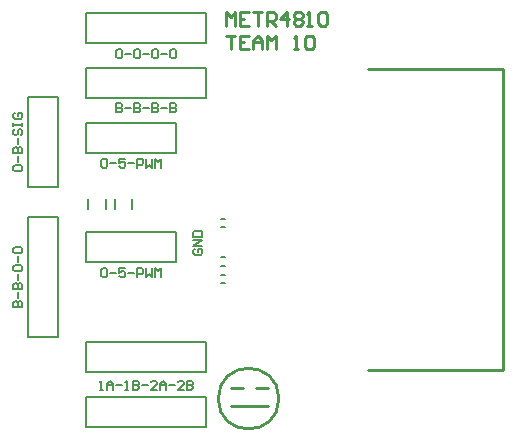
<source format=gto>
G04 Layer_Color=65535*
%FSLAX24Y24*%
%MOIN*%
G70*
G01*
G75*
%ADD21C,0.0100*%
%ADD22C,0.0079*%
%ADD23C,0.0050*%
D21*
X7862Y-550D02*
G03*
X7862Y-550I-1012J0D01*
G01*
X6250Y-800D02*
X7500D01*
X7100Y-200D02*
X7500D01*
X6250D02*
X6650D01*
X10843Y10435D02*
X15343D01*
Y392D02*
Y10435D01*
X10843Y392D02*
X15343D01*
X6100Y11880D02*
Y12330D01*
X6250Y12180D01*
X6400Y12330D01*
Y11880D01*
X6850Y12330D02*
X6550D01*
Y11880D01*
X6850D01*
X6550Y12105D02*
X6700D01*
X7000Y12330D02*
X7300D01*
X7150D01*
Y11880D01*
X7450D02*
Y12330D01*
X7674D01*
X7749Y12255D01*
Y12105D01*
X7674Y12030D01*
X7450D01*
X7600D02*
X7749Y11880D01*
X8124D02*
Y12330D01*
X7899Y12105D01*
X8199D01*
X8349Y12255D02*
X8424Y12330D01*
X8574D01*
X8649Y12255D01*
Y12180D01*
X8574Y12105D01*
X8649Y12030D01*
Y11955D01*
X8574Y11880D01*
X8424D01*
X8349Y11955D01*
Y12030D01*
X8424Y12105D01*
X8349Y12180D01*
Y12255D01*
X8424Y12105D02*
X8574D01*
X8799Y11880D02*
X8949D01*
X8874D01*
Y12330D01*
X8799Y12255D01*
X9174D02*
X9249Y12330D01*
X9399D01*
X9474Y12255D01*
Y11955D01*
X9399Y11880D01*
X9249D01*
X9174Y11955D01*
Y12255D01*
X6100Y11550D02*
X6400D01*
X6250D01*
Y11100D01*
X6850Y11550D02*
X6550D01*
Y11100D01*
X6850D01*
X6550Y11325D02*
X6700D01*
X7000Y11100D02*
Y11400D01*
X7150Y11550D01*
X7300Y11400D01*
Y11100D01*
Y11325D01*
X7000D01*
X7450Y11100D02*
Y11550D01*
X7600Y11400D01*
X7749Y11550D01*
Y11100D01*
X8349D02*
X8499D01*
X8424D01*
Y11550D01*
X8349Y11475D01*
X8724D02*
X8799Y11550D01*
X8949D01*
X9024Y11475D01*
Y11175D01*
X8949Y11100D01*
X8799D01*
X8724Y11175D01*
Y11475D01*
D22*
X5437Y11311D02*
Y12311D01*
X1437Y11311D02*
X5437D01*
X1437Y12311D02*
X5437D01*
X1437Y11311D02*
Y12311D01*
X-500Y5500D02*
X500D01*
Y1500D02*
Y5500D01*
X-500Y1500D02*
Y5500D01*
Y1500D02*
X500D01*
X5437Y9481D02*
Y10481D01*
X1437Y9481D02*
X5437D01*
X1437Y10481D02*
X5437D01*
X1437Y9481D02*
Y10481D01*
X-500Y9500D02*
X500D01*
Y6500D02*
Y9500D01*
X-500Y6500D02*
X500D01*
X-500D02*
Y9500D01*
X4437Y3990D02*
Y4990D01*
X1437Y3990D02*
X4437D01*
X1437D02*
Y4990D01*
X4437D01*
Y7651D02*
Y8651D01*
X1437Y7651D02*
X4437D01*
X1437D02*
Y8651D01*
X4437D01*
X5437Y-1500D02*
Y-500D01*
X1437Y-1500D02*
X5437D01*
X1437Y-500D02*
X5437D01*
X1437Y-1500D02*
Y-500D01*
X5437Y330D02*
Y1330D01*
X1437Y330D02*
X5437D01*
X1437Y1330D02*
X5437D01*
X1437Y330D02*
Y1330D01*
X5921Y3307D02*
X6079D01*
X5921Y3582D02*
X6079D01*
X5921Y4155D02*
X6079D01*
X5921Y3879D02*
X6079D01*
X5921Y5162D02*
X6079D01*
X5921Y5438D02*
X6079D01*
X1496Y5780D02*
Y6094D01*
X2087Y5780D02*
Y6094D01*
X2384Y5780D02*
Y6094D01*
X2974Y5780D02*
Y6094D01*
D23*
X1937Y7400D02*
X1987Y7450D01*
X2087D01*
X2137Y7400D01*
Y7200D01*
X2087Y7150D01*
X1987D01*
X1937Y7200D01*
Y7400D01*
X2237Y7300D02*
X2437D01*
X2737Y7450D02*
X2537D01*
Y7300D01*
X2637Y7350D01*
X2687D01*
X2737Y7300D01*
Y7200D01*
X2687Y7150D01*
X2587D01*
X2537Y7200D01*
X2837Y7300D02*
X3037D01*
X3137Y7150D02*
Y7450D01*
X3287D01*
X3337Y7400D01*
Y7300D01*
X3287Y7250D01*
X3137D01*
X3437Y7450D02*
Y7150D01*
X3537Y7250D01*
X3637Y7150D01*
Y7450D01*
X3737Y7150D02*
Y7450D01*
X3837Y7350D01*
X3937Y7450D01*
Y7150D01*
X5050Y4450D02*
X5000Y4400D01*
Y4300D01*
X5050Y4250D01*
X5250D01*
X5300Y4300D01*
Y4400D01*
X5250Y4450D01*
X5150D01*
Y4350D01*
X5300Y4550D02*
X5000D01*
X5300Y4750D01*
X5000D01*
Y4850D02*
X5300D01*
Y5000D01*
X5250Y5050D01*
X5050D01*
X5000Y5000D01*
Y4850D01*
X1888Y-250D02*
X1987D01*
X1937D01*
Y50D01*
X1888Y-0D01*
X2137Y-250D02*
Y-50D01*
X2237Y50D01*
X2337Y-50D01*
Y-250D01*
Y-100D01*
X2137D01*
X2437D02*
X2637D01*
X2737Y-250D02*
X2837D01*
X2787D01*
Y50D01*
X2737Y-0D01*
X2987Y50D02*
Y-250D01*
X3137D01*
X3187Y-200D01*
Y-150D01*
X3137Y-100D01*
X2987D01*
X3137D01*
X3187Y-50D01*
Y-0D01*
X3137Y50D01*
X2987D01*
X3287Y-100D02*
X3487D01*
X3787Y-250D02*
X3587D01*
X3787Y-50D01*
Y-0D01*
X3737Y50D01*
X3637D01*
X3587Y-0D01*
X3887Y-250D02*
Y-50D01*
X3987Y50D01*
X4087Y-50D01*
Y-250D01*
Y-100D01*
X3887D01*
X4187D02*
X4387D01*
X4687Y-250D02*
X4487D01*
X4687Y-50D01*
Y-0D01*
X4637Y50D01*
X4537D01*
X4487Y-0D01*
X4787Y50D02*
Y-250D01*
X4937D01*
X4987Y-200D01*
Y-150D01*
X4937Y-100D01*
X4787D01*
X4937D01*
X4987Y-50D01*
Y-0D01*
X4937Y50D01*
X4787D01*
X1937Y3750D02*
X1987Y3800D01*
X2087D01*
X2137Y3750D01*
Y3550D01*
X2087Y3500D01*
X1987D01*
X1937Y3550D01*
Y3750D01*
X2237Y3650D02*
X2437D01*
X2737Y3800D02*
X2537D01*
Y3650D01*
X2637Y3700D01*
X2687D01*
X2737Y3650D01*
Y3550D01*
X2687Y3500D01*
X2587D01*
X2537Y3550D01*
X2837Y3650D02*
X3037D01*
X3137Y3500D02*
Y3800D01*
X3287D01*
X3337Y3750D01*
Y3650D01*
X3287Y3600D01*
X3137D01*
X3437Y3800D02*
Y3500D01*
X3537Y3600D01*
X3637Y3500D01*
Y3800D01*
X3737Y3500D02*
Y3800D01*
X3837Y3700D01*
X3937Y3800D01*
Y3500D01*
X2437Y9300D02*
Y9000D01*
X2587D01*
X2637Y9050D01*
Y9100D01*
X2587Y9150D01*
X2437D01*
X2587D01*
X2637Y9200D01*
Y9250D01*
X2587Y9300D01*
X2437D01*
X2737Y9150D02*
X2937D01*
X3037Y9300D02*
Y9000D01*
X3187D01*
X3237Y9050D01*
Y9100D01*
X3187Y9150D01*
X3037D01*
X3187D01*
X3237Y9200D01*
Y9250D01*
X3187Y9300D01*
X3037D01*
X3337Y9150D02*
X3537D01*
X3637Y9300D02*
Y9000D01*
X3787D01*
X3837Y9050D01*
Y9100D01*
X3787Y9150D01*
X3637D01*
X3787D01*
X3837Y9200D01*
Y9250D01*
X3787Y9300D01*
X3637D01*
X3937Y9150D02*
X4137D01*
X4237Y9300D02*
Y9000D01*
X4387D01*
X4437Y9050D01*
Y9100D01*
X4387Y9150D01*
X4237D01*
X4387D01*
X4437Y9200D01*
Y9250D01*
X4387Y9300D01*
X4237D01*
X2437Y11050D02*
X2487Y11100D01*
X2587D01*
X2637Y11050D01*
Y10850D01*
X2587Y10800D01*
X2487D01*
X2437Y10850D01*
Y11050D01*
X2737Y10950D02*
X2937D01*
X3037Y11050D02*
X3087Y11100D01*
X3187D01*
X3237Y11050D01*
Y10850D01*
X3187Y10800D01*
X3087D01*
X3037Y10850D01*
Y11050D01*
X3337Y10950D02*
X3537D01*
X3637Y11050D02*
X3687Y11100D01*
X3787D01*
X3837Y11050D01*
Y10850D01*
X3787Y10800D01*
X3687D01*
X3637Y10850D01*
Y11050D01*
X3937Y10950D02*
X4137D01*
X4237Y11050D02*
X4287Y11100D01*
X4387D01*
X4437Y11050D01*
Y10850D01*
X4387Y10800D01*
X4287D01*
X4237Y10850D01*
Y11050D01*
X-950Y7025D02*
X-1000Y7075D01*
Y7175D01*
X-950Y7225D01*
X-750D01*
X-700Y7175D01*
Y7075D01*
X-750Y7025D01*
X-950D01*
X-850Y7325D02*
Y7525D01*
X-1000Y7625D02*
X-700D01*
Y7775D01*
X-750Y7825D01*
X-800D01*
X-850Y7775D01*
Y7625D01*
Y7775D01*
X-900Y7825D01*
X-950D01*
X-1000Y7775D01*
Y7625D01*
X-850Y7925D02*
Y8125D01*
X-950Y8425D02*
X-1000Y8375D01*
Y8275D01*
X-950Y8225D01*
X-900D01*
X-850Y8275D01*
Y8375D01*
X-800Y8425D01*
X-750D01*
X-700Y8375D01*
Y8275D01*
X-750Y8225D01*
X-1000Y8525D02*
Y8625D01*
Y8575D01*
X-700D01*
Y8525D01*
Y8625D01*
X-950Y8975D02*
X-1000Y8925D01*
Y8825D01*
X-950Y8775D01*
X-750D01*
X-700Y8825D01*
Y8925D01*
X-750Y8975D01*
X-850D01*
Y8875D01*
X-1000Y2500D02*
X-700D01*
Y2650D01*
X-750Y2700D01*
X-800D01*
X-850Y2650D01*
Y2500D01*
Y2650D01*
X-900Y2700D01*
X-950D01*
X-1000Y2650D01*
Y2500D01*
X-850Y2800D02*
Y3000D01*
X-1000Y3100D02*
X-700D01*
Y3250D01*
X-750Y3300D01*
X-800D01*
X-850Y3250D01*
Y3100D01*
Y3250D01*
X-900Y3300D01*
X-950D01*
X-1000Y3250D01*
Y3100D01*
X-850Y3400D02*
Y3600D01*
X-950Y3700D02*
X-1000Y3750D01*
Y3850D01*
X-950Y3900D01*
X-750D01*
X-700Y3850D01*
Y3750D01*
X-750Y3700D01*
X-950D01*
X-850Y4000D02*
Y4200D01*
X-950Y4300D02*
X-1000Y4350D01*
Y4450D01*
X-950Y4500D01*
X-750D01*
X-700Y4450D01*
Y4350D01*
X-750Y4300D01*
X-950D01*
M02*

</source>
